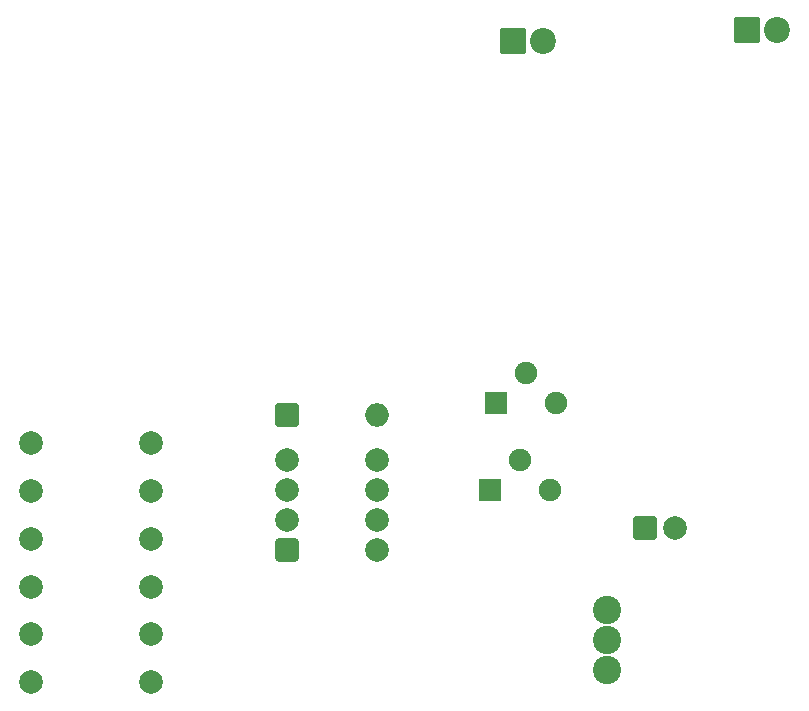
<source format=gbr>
%TF.GenerationSoftware,KiCad,Pcbnew,9.0.6*%
%TF.CreationDate,2025-12-07T11:23:18+01:00*%
%TF.ProjectId,Rocket,526f636b-6574-42e6-9b69-6361645f7063,rev?*%
%TF.SameCoordinates,Original*%
%TF.FileFunction,Soldermask,Top*%
%TF.FilePolarity,Negative*%
%FSLAX46Y46*%
G04 Gerber Fmt 4.6, Leading zero omitted, Abs format (unit mm)*
G04 Created by KiCad (PCBNEW 9.0.6) date 2025-12-07 11:23:18*
%MOMM*%
%LPD*%
G01*
G04 APERTURE LIST*
G04 Aperture macros list*
%AMRoundRect*
0 Rectangle with rounded corners*
0 $1 Rounding radius*
0 $2 $3 $4 $5 $6 $7 $8 $9 X,Y pos of 4 corners*
0 Add a 4 corners polygon primitive as box body*
4,1,4,$2,$3,$4,$5,$6,$7,$8,$9,$2,$3,0*
0 Add four circle primitives for the rounded corners*
1,1,$1+$1,$2,$3*
1,1,$1+$1,$4,$5*
1,1,$1+$1,$6,$7*
1,1,$1+$1,$8,$9*
0 Add four rect primitives between the rounded corners*
20,1,$1+$1,$2,$3,$4,$5,0*
20,1,$1+$1,$4,$5,$6,$7,0*
20,1,$1+$1,$6,$7,$8,$9,0*
20,1,$1+$1,$8,$9,$2,$3,0*%
G04 Aperture macros list end*
%ADD10RoundRect,0.200000X-0.900000X-0.900000X0.900000X-0.900000X0.900000X0.900000X-0.900000X0.900000X0*%
%ADD11C,2.200000*%
%ADD12RoundRect,0.200000X-0.750000X-0.750000X0.750000X-0.750000X0.750000X0.750000X-0.750000X0.750000X0*%
%ADD13C,1.900000*%
%ADD14RoundRect,0.200000X-0.800000X-0.800000X0.800000X-0.800000X0.800000X0.800000X-0.800000X0.800000X0*%
%ADD15O,2.000000X2.000000*%
%ADD16C,2.000000*%
%ADD17C,2.400000*%
%ADD18RoundRect,0.312500X-0.687500X-0.687500X0.687500X-0.687500X0.687500X0.687500X-0.687500X0.687500X0*%
G04 APERTURE END LIST*
D10*
%TO.C,D1*%
X167500000Y-78400000D03*
D11*
X170040000Y-78400000D03*
%TD*%
D12*
%TO.C,T2*%
X165560000Y-116340000D03*
D13*
X168100000Y-113800000D03*
X170640000Y-116340000D03*
%TD*%
D14*
%TO.C,D3*%
X148390000Y-110000000D03*
D15*
X156010000Y-110000000D03*
%TD*%
D16*
%TO.C,R3*%
X126720000Y-132650000D03*
X136880000Y-132650000D03*
%TD*%
D14*
%TO.C,47uF*%
X178700000Y-119600000D03*
D16*
X181200000Y-119600000D03*
%TD*%
%TO.C,R5*%
X126720000Y-124550000D03*
X136880000Y-124550000D03*
%TD*%
%TO.C,R7*%
X126720000Y-116450000D03*
X136880000Y-116450000D03*
%TD*%
%TO.C,R6*%
X126720000Y-120500000D03*
X136880000Y-120500000D03*
%TD*%
D12*
%TO.C,T1*%
X166100000Y-109000000D03*
D13*
X168640000Y-106460000D03*
X171180000Y-109000000D03*
%TD*%
D16*
%TO.C,R1off1*%
X126720000Y-112400000D03*
X136880000Y-112400000D03*
%TD*%
%TO.C,R4*%
X126720000Y-128600000D03*
X136880000Y-128600000D03*
%TD*%
D10*
%TO.C,D2*%
X187300000Y-77400000D03*
D11*
X189840000Y-77400000D03*
%TD*%
D17*
%TO.C,S1*%
X175500000Y-131580000D03*
X175500000Y-129040000D03*
X175500000Y-126500000D03*
%TD*%
D18*
%TO.C,U1*%
X148400000Y-121440000D03*
D16*
X148400000Y-118900000D03*
X148400000Y-116360000D03*
X148400000Y-113820000D03*
X156020000Y-113820000D03*
X156020000Y-116360000D03*
X156020000Y-118900000D03*
X156020000Y-121440000D03*
%TD*%
M02*

</source>
